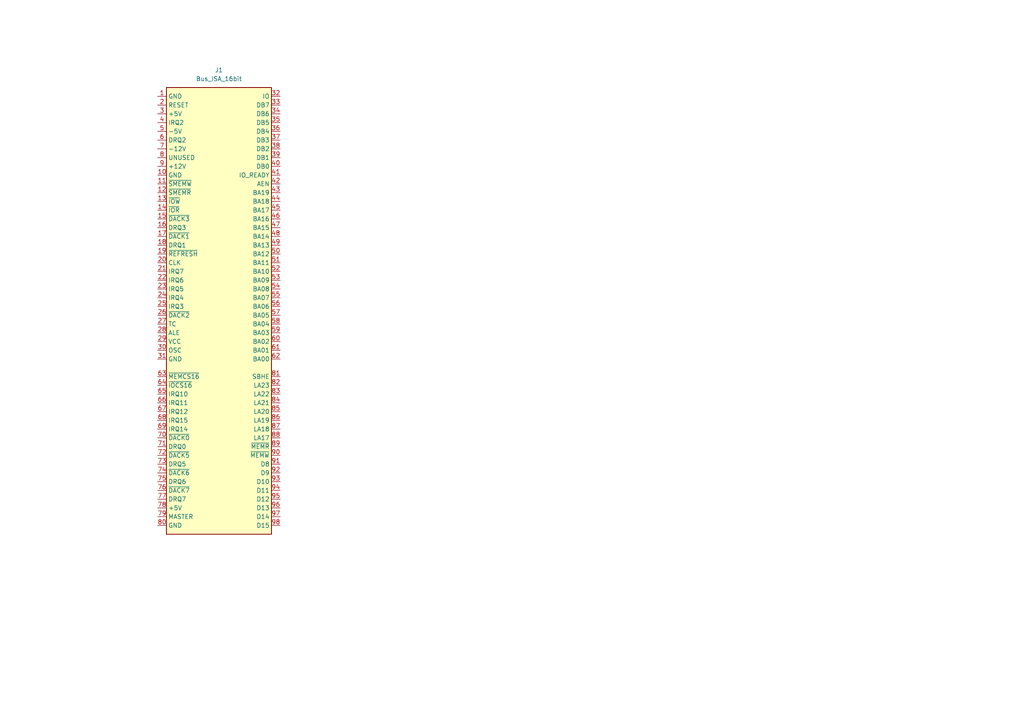
<source format=kicad_sch>
(kicad_sch (version 20231120) (generator "eeschema") (generator_version "8.0")
  (paper "A4")
  (lib_symbols
    (symbol "Connector:Bus_ISA_16bit"
      (property "Reference" "J" (at 0 67.945 0))
      (property "Value" "Bus_ISA_16bit" (at 0 -65.405 0))
      (symbol "Bus_ISA_16bit_0_1"
        (rectangle (start -15.24 -63.5) (end 15.24 66.04) (stroke (width 0.254)) (fill (type background)))
      )
      (symbol "Bus_ISA_16bit_1_1"
        (pin power_in line (at -17.78 63.5 0) (length 2.54) (name "GND") (number "1"))
        (pin power_in line (at -17.78 40.64 0) (length 2.54) (name "GND") (number "10"))
        (pin output line (at -17.78 38.1 0) (length 2.54) (name "~{SMEMW}") (number "11"))
        (pin output line (at -17.78 35.56 0) (length 2.54) (name "~{SMEMR}") (number "12"))
        (pin output line (at -17.78 33.02 0) (length 2.54) (name "~{IOW}") (number "13"))
        (pin output line (at -17.78 30.48 0) (length 2.54) (name "~{IOR}") (number "14"))
        (pin passive line (at -17.78 27.94 0) (length 2.54) (name "~{DACK3}") (number "15"))
        (pin passive line (at -17.78 25.4 0) (length 2.54) (name "DRQ3") (number "16"))
        (pin passive line (at -17.78 22.86 0) (length 2.54) (name "~{DACK1}") (number "17"))
        (pin passive line (at -17.78 20.32 0) (length 2.54) (name "DRQ1") (number "18"))
        (pin passive line (at -17.78 17.78 0) (length 2.54) (name "~{REFRESH}") (number "19"))
        (pin output line (at -17.78 60.96 0) (length 2.54) (name "RESET") (number "2"))
        (pin output line (at -17.78 15.24 0) (length 2.54) (name "CLK") (number "20"))
        (pin passive line (at -17.78 12.7 0) (length 2.54) (name "IRQ7") (number "21"))
        (pin passive line (at -17.78 10.16 0) (length 2.54) (name "IRQ6") (number "22"))
        (pin passive line (at -17.78 7.62 0) (length 2.54) (name "IRQ5") (number "23"))
        (pin passive line (at -17.78 5.08 0) (length 2.54) (name "IRQ4") (number "24"))
        (pin passive line (at -17.78 2.54 0) (length 2.54) (name "IRQ3") (number "25"))
        (pin passive line (at -17.78 0 0) (length 2.54) (name "~{DACK2}") (number "26"))
        (pin passive line (at -17.78 -2.54 0) (length 2.54) (name "TC") (number "27"))
        (pin output line (at -17.78 -5.08 0) (length 2.54) (name "ALE") (number "28"))
        (pin power_in line (at -17.78 -7.62 0) (length 2.54) (name "VCC") (number "29"))
        (pin power_in line (at -17.78 58.42 0) (length 2.54) (name "+5V") (number "3"))
        (pin output line (at -17.78 -10.16 0) (length 2.54) (name "OSC") (number "30"))
        (pin power_in line (at -17.78 -12.7 0) (length 2.54) (name "GND") (number "31"))
        (pin passive line (at 17.78 63.5 180) (length 2.54) (name "IO") (number "32"))
        (pin tri_state line (at 17.78 60.96 180) (length 2.54) (name "DB7") (number "33"))
        (pin tri_state line (at 17.78 58.42 180) (length 2.54) (name "DB6") (number "34"))
        (pin tri_state line (at 17.78 55.88 180) (length 2.54) (name "DB5") (number "35"))
        (pin tri_state line (at 17.78 53.34 180) (length 2.54) (name "DB4") (number "36"))
        (pin tri_state line (at 17.78 50.8 180) (length 2.54) (name "DB3") (number "37"))
        (pin tri_state line (at 17.78 48.26 180) (length 2.54) (name "DB2") (number "38"))
        (pin tri_state line (at 17.78 45.72 180) (length 2.54) (name "DB1") (number "39"))
        (pin passive line (at -17.78 55.88 0) (length 2.54) (name "IRQ2") (number "4"))
        (pin tri_state line (at 17.78 43.18 180) (length 2.54) (name "DB0") (number "40"))
        (pin passive line (at 17.78 40.64 180) (length 2.54) (name "IO_READY") (number "41"))
        (pin output line (at 17.78 38.1 180) (length 2.54) (name "AEN") (number "42"))
        (pin tri_state line (at 17.78 35.56 180) (length 2.54) (name "BA19") (number "43"))
        (pin tri_state line (at 17.78 33.02 180) (length 2.54) (name "BA18") (number "44"))
        (pin tri_state line (at 17.78 30.48 180) (length 2.54) (name "BA17") (number "45"))
        (pin tri_state line (at 17.78 27.94 180) (length 2.54) (name "BA16") (number "46"))
        (pin tri_state line (at 17.78 25.4 180) (length 2.54) (name "BA15") (number "47"))
        (pin tri_state line (at 17.78 22.86 180) (length 2.54) (name "BA14") (number "48"))
        (pin tri_state line (at 17.78 20.32 180) (length 2.54) (name "BA13") (number "49"))
        (pin power_in line (at -17.78 53.34 0) (length 2.54) (name "-5V") (number "5"))
        (pin tri_state line (at 17.78 17.78 180) (length 2.54) (name "BA12") (number "50"))
        (pin tri_state line (at 17.78 15.24 180) (length 2.54) (name "BA11") (number "51"))
        (pin tri_state line (at 17.78 12.7 180) (length 2.54) (name "BA10") (number "52"))
        (pin tri_state line (at 17.78 10.16 180) (length 2.54) (name "BA09") (number "53"))
        (pin tri_state line (at 17.78 7.62 180) (length 2.54) (name "BA08") (number "54"))
        (pin tri_state line (at 17.78 5.08 180) (length 2.54) (name "BA07") (number "55"))
        (pin tri_state line (at 17.78 2.54 180) (length 2.54) (name "BA06") (number "56"))
        (pin tri_state line (at 17.78 0 180) (length 2.54) (name "BA05") (number "57"))
        (pin tri_state line (at 17.78 -2.54 180) (length 2.54) (name "BA04") (number "58"))
        (pin tri_state line (at 17.78 -5.08 180) (length 2.54) (name "BA03") (number "59"))
        (pin passive line (at -17.78 50.8 0) (length 2.54) (name "DRQ2") (number "6"))
        (pin tri_state line (at 17.78 -7.62 180) (length 2.54) (name "BA02") (number "60"))
        (pin tri_state line (at 17.78 -10.16 180) (length 2.54) (name "BA01") (number "61"))
        (pin tri_state line (at 17.78 -12.7 180) (length 2.54) (name "BA00") (number "62"))
        (pin passive line (at -17.78 -17.78 0) (length 2.54) (name "~{MEMCS16}") (number "63"))
        (pin passive line (at -17.78 -20.32 0) (length 2.54) (name "~{IOCS16}") (number "64"))
        (pin passive line (at -17.78 -22.86 0) (length 2.54) (name "IRQ10") (number "65"))
        (pin passive line (at -17.78 -25.4 0) (length 2.54) (name "IRQ11") (number "66"))
        (pin passive line (at -17.78 -27.94 0) (length 2.54) (name "IRQ12") (number "67"))
        (pin passive line (at -17.78 -30.48 0) (length 2.54) (name "IRQ15") (number "68"))
        (pin passive line (at -17.78 -33.02 0) (length 2.54) (name "IRQ14") (number "69"))
        (pin power_in line (at -17.78 48.26 0) (length 2.54) (name "-12V") (number "7"))
        (pin output line (at -17.78 -35.56 0) (length 2.54) (name "~{DACK0}") (number "70"))
        (pin passive line (at -17.78 -38.1 0) (length 2.54) (name "DRQ0") (number "71"))
        (pin output line (at -17.78 -40.64 0) (length 2.54) (name "~{DACK5}") (number "72"))
        (pin passive line (at -17.78 -43.18 0) (length 2.54) (name "DRQ5") (number "73"))
        (pin output line (at -17.78 -45.72 0) (length 2.54) (name "~{DACK6}") (number "74"))
        (pin passive line (at -17.78 -48.26 0) (length 2.54) (name "DRQ6") (number "75"))
        (pin output line (at -17.78 -50.8 0) (length 2.54) (name "~{DACK7}") (number "76"))
        (pin passive line (at -17.78 -53.34 0) (length 2.54) (name "DRQ7") (number "77"))
        (pin power_in line (at -17.78 -55.88 0) (length 2.54) (name "+5V") (number "78"))
        (pin passive line (at -17.78 -58.42 0) (length 2.54) (name "MASTER") (number "79"))
        (pin passive line (at -17.78 45.72 0) (length 2.54) (name "UNUSED") (number "8"))
        (pin power_in line (at -17.78 -60.96 0) (length 2.54) (name "GND") (number "80"))
        (pin passive line (at 17.78 -17.78 180) (length 2.54) (name "SBHE") (number "81"))
        (pin passive line (at 17.78 -20.32 180) (length 2.54) (name "LA23") (number "82"))
        (pin passive line (at 17.78 -22.86 180) (length 2.54) (name "LA22") (number "83"))
        (pin passive line (at 17.78 -25.4 180) (length 2.54) (name "LA21") (number "84"))
        (pin passive line (at 17.78 -27.94 180) (length 2.54) (name "LA20") (number "85"))
        (pin passive line (at 17.78 -30.48 180) (length 2.54) (name "LA19") (number "86"))
        (pin passive line (at 17.78 -33.02 180) (length 2.54) (name "LA18") (number "87"))
        (pin passive line (at 17.78 -35.56 180) (length 2.54) (name "LA17") (number "88"))
        (pin output line (at 17.78 -38.1 180) (length 2.54) (name "~{MEMR}") (number "89"))
        (pin power_in line (at -17.78 43.18 0) (length 2.54) (name "+12V") (number "9"))
        (pin output line (at 17.78 -40.64 180) (length 2.54) (name "~{MEMW}") (number "90"))
        (pin tri_state line (at 17.78 -43.18 180) (length 2.54) (name "D8") (number "91"))
        (pin tri_state line (at 17.78 -45.72 180) (length 2.54) (name "D9") (number "92"))
        (pin tri_state line (at 17.78 -48.26 180) (length 2.54) (name "D10") (number "93"))
        (pin tri_state line (at 17.78 -50.8 180) (length 2.54) (name "D11") (number "94"))
        (pin tri_state line (at 17.78 -53.34 180) (length 2.54) (name "D12") (number "95"))
        (pin tri_state line (at 17.78 -55.88 180) (length 2.54) (name "D13") (number "96"))
        (pin tri_state line (at 17.78 -58.42 180) (length 2.54) (name "D14") (number "97"))
        (pin tri_state line (at 17.78 -60.96 180) (length 2.54) (name "D15") (number "98"))
      )
    )
  )
  (symbol (lib_id "Connector:Bus_ISA_16bit") (at 63.5 91.44 0) (unit 1)
    (property "Reference" "J1" (at 63.5 20.32 0))
    (property "Value" "Bus_ISA_16bit" (at 63.5 22.86 0))
    (property "Datasheet" "https://en.wikipedia.org/wiki/Industry_Standard_Architecture" (effects (hide yes)))
    (property "Description" "16-bit ISA-AT bus connector" (effects (hide yes)))
  )
)
</source>
